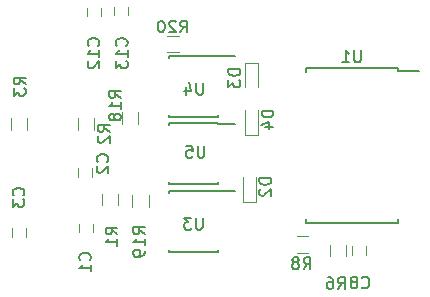
<source format=gbr>
G04 #@! TF.FileFunction,Legend,Bot*
%FSLAX46Y46*%
G04 Gerber Fmt 4.6, Leading zero omitted, Abs format (unit mm)*
G04 Created by KiCad (PCBNEW 4.0.7) date 05/27/18 15:14:11*
%MOMM*%
%LPD*%
G01*
G04 APERTURE LIST*
%ADD10C,0.100000*%
%ADD11C,0.120000*%
%ADD12C,0.150000*%
G04 APERTURE END LIST*
D10*
D11*
X62385500Y-91599500D02*
X62385500Y-90899500D01*
X61185500Y-90899500D02*
X61185500Y-91599500D01*
X62322000Y-86900500D02*
X62322000Y-86200500D01*
X61122000Y-86200500D02*
X61122000Y-86900500D01*
X56734000Y-91980500D02*
X56734000Y-91280500D01*
X55534000Y-91280500D02*
X55534000Y-91980500D01*
X64497500Y-89336500D02*
X64497500Y-88336500D01*
X63137500Y-88336500D02*
X63137500Y-89336500D01*
X62465500Y-82923000D02*
X62465500Y-81923000D01*
X61105500Y-81923000D02*
X61105500Y-82923000D01*
X56814000Y-82923000D02*
X56814000Y-81923000D01*
X55454000Y-81923000D02*
X55454000Y-82923000D01*
X82441500Y-92654500D02*
X82441500Y-93654500D01*
X83801500Y-93654500D02*
X83801500Y-92654500D01*
X79637000Y-93326500D02*
X80637000Y-93326500D01*
X80637000Y-91966500D02*
X79637000Y-91966500D01*
D12*
X88203000Y-77689500D02*
X88203000Y-77939500D01*
X80453000Y-77689500D02*
X80453000Y-78024500D01*
X80453000Y-90839500D02*
X80453000Y-90504500D01*
X88203000Y-90839500D02*
X88203000Y-90504500D01*
X88203000Y-77689500D02*
X80453000Y-77689500D01*
X88203000Y-90839500D02*
X80453000Y-90839500D01*
X88203000Y-77939500D02*
X90003000Y-77939500D01*
D11*
X84299500Y-92804500D02*
X84299500Y-93504500D01*
X85499500Y-93504500D02*
X85499500Y-92804500D01*
X63084000Y-73311500D02*
X63084000Y-72611500D01*
X61884000Y-72611500D02*
X61884000Y-73311500D01*
X65370000Y-73248000D02*
X65370000Y-72548000D01*
X64170000Y-72548000D02*
X64170000Y-73248000D01*
X76198500Y-89057000D02*
X75058500Y-89057000D01*
X75058500Y-89057000D02*
X75058500Y-86957000D01*
X76198500Y-89057000D02*
X76198500Y-86957000D01*
X75249000Y-77249500D02*
X76389000Y-77249500D01*
X76389000Y-77249500D02*
X76389000Y-79349500D01*
X75249000Y-77249500D02*
X75249000Y-79349500D01*
X76389000Y-83342000D02*
X75249000Y-83342000D01*
X75249000Y-83342000D02*
X75249000Y-81242000D01*
X76389000Y-83342000D02*
X76389000Y-81242000D01*
X64852000Y-81415000D02*
X64852000Y-82415000D01*
X66212000Y-82415000D02*
X66212000Y-81415000D01*
X65741000Y-88463500D02*
X65741000Y-89463500D01*
X67101000Y-89463500D02*
X67101000Y-88463500D01*
X68651500Y-76372000D02*
X69651500Y-76372000D01*
X69651500Y-75012000D02*
X68651500Y-75012000D01*
D12*
X73004500Y-88103000D02*
X73004500Y-88153000D01*
X68854500Y-88103000D02*
X68854500Y-88248000D01*
X68854500Y-93253000D02*
X68854500Y-93108000D01*
X73004500Y-93253000D02*
X73004500Y-93108000D01*
X73004500Y-88103000D02*
X68854500Y-88103000D01*
X73004500Y-93253000D02*
X68854500Y-93253000D01*
X73004500Y-88153000D02*
X74404500Y-88153000D01*
X73004500Y-76673000D02*
X73004500Y-76723000D01*
X68854500Y-76673000D02*
X68854500Y-76818000D01*
X68854500Y-81823000D02*
X68854500Y-81678000D01*
X73004500Y-81823000D02*
X73004500Y-81678000D01*
X73004500Y-76673000D02*
X68854500Y-76673000D01*
X73004500Y-81823000D02*
X68854500Y-81823000D01*
X73004500Y-76723000D02*
X74404500Y-76723000D01*
X73004500Y-82388000D02*
X73004500Y-82438000D01*
X68854500Y-82388000D02*
X68854500Y-82533000D01*
X68854500Y-87538000D02*
X68854500Y-87393000D01*
X73004500Y-87538000D02*
X73004500Y-87393000D01*
X73004500Y-82388000D02*
X68854500Y-82388000D01*
X73004500Y-87538000D02*
X68854500Y-87538000D01*
X73004500Y-82438000D02*
X74404500Y-82438000D01*
X62129943Y-93965734D02*
X62177562Y-93918115D01*
X62225181Y-93775258D01*
X62225181Y-93680020D01*
X62177562Y-93537162D01*
X62082324Y-93441924D01*
X61987086Y-93394305D01*
X61796610Y-93346686D01*
X61653752Y-93346686D01*
X61463276Y-93394305D01*
X61368038Y-93441924D01*
X61272800Y-93537162D01*
X61225181Y-93680020D01*
X61225181Y-93775258D01*
X61272800Y-93918115D01*
X61320419Y-93965734D01*
X62225181Y-94918115D02*
X62225181Y-94346686D01*
X62225181Y-94632400D02*
X61225181Y-94632400D01*
X61368038Y-94537162D01*
X61463276Y-94441924D01*
X61510895Y-94346686D01*
X63603143Y-85634534D02*
X63650762Y-85586915D01*
X63698381Y-85444058D01*
X63698381Y-85348820D01*
X63650762Y-85205962D01*
X63555524Y-85110724D01*
X63460286Y-85063105D01*
X63269810Y-85015486D01*
X63126952Y-85015486D01*
X62936476Y-85063105D01*
X62841238Y-85110724D01*
X62746000Y-85205962D01*
X62698381Y-85348820D01*
X62698381Y-85444058D01*
X62746000Y-85586915D01*
X62793619Y-85634534D01*
X62793619Y-86015486D02*
X62746000Y-86063105D01*
X62698381Y-86158343D01*
X62698381Y-86396439D01*
X62746000Y-86491677D01*
X62793619Y-86539296D01*
X62888857Y-86586915D01*
X62984095Y-86586915D01*
X63126952Y-86539296D01*
X63698381Y-85967867D01*
X63698381Y-86586915D01*
X56491143Y-88479334D02*
X56538762Y-88431715D01*
X56586381Y-88288858D01*
X56586381Y-88193620D01*
X56538762Y-88050762D01*
X56443524Y-87955524D01*
X56348286Y-87907905D01*
X56157810Y-87860286D01*
X56014952Y-87860286D01*
X55824476Y-87907905D01*
X55729238Y-87955524D01*
X55634000Y-88050762D01*
X55586381Y-88193620D01*
X55586381Y-88288858D01*
X55634000Y-88431715D01*
X55681619Y-88479334D01*
X55586381Y-88812667D02*
X55586381Y-89431715D01*
X55967333Y-89098381D01*
X55967333Y-89241239D01*
X56014952Y-89336477D01*
X56062571Y-89384096D01*
X56157810Y-89431715D01*
X56395905Y-89431715D01*
X56491143Y-89384096D01*
X56538762Y-89336477D01*
X56586381Y-89241239D01*
X56586381Y-88955524D01*
X56538762Y-88860286D01*
X56491143Y-88812667D01*
X64460381Y-91781334D02*
X63984190Y-91448000D01*
X64460381Y-91209905D02*
X63460381Y-91209905D01*
X63460381Y-91590858D01*
X63508000Y-91686096D01*
X63555619Y-91733715D01*
X63650857Y-91781334D01*
X63793714Y-91781334D01*
X63888952Y-91733715D01*
X63936571Y-91686096D01*
X63984190Y-91590858D01*
X63984190Y-91209905D01*
X64460381Y-92733715D02*
X64460381Y-92162286D01*
X64460381Y-92448000D02*
X63460381Y-92448000D01*
X63603238Y-92352762D01*
X63698476Y-92257524D01*
X63746095Y-92162286D01*
X63799981Y-83094534D02*
X63323790Y-82761200D01*
X63799981Y-82523105D02*
X62799981Y-82523105D01*
X62799981Y-82904058D01*
X62847600Y-82999296D01*
X62895219Y-83046915D01*
X62990457Y-83094534D01*
X63133314Y-83094534D01*
X63228552Y-83046915D01*
X63276171Y-82999296D01*
X63323790Y-82904058D01*
X63323790Y-82523105D01*
X62895219Y-83475486D02*
X62847600Y-83523105D01*
X62799981Y-83618343D01*
X62799981Y-83856439D01*
X62847600Y-83951677D01*
X62895219Y-83999296D01*
X62990457Y-84046915D01*
X63085695Y-84046915D01*
X63228552Y-83999296D01*
X63799981Y-83427867D01*
X63799981Y-84046915D01*
X56687981Y-79081334D02*
X56211790Y-78748000D01*
X56687981Y-78509905D02*
X55687981Y-78509905D01*
X55687981Y-78890858D01*
X55735600Y-78986096D01*
X55783219Y-79033715D01*
X55878457Y-79081334D01*
X56021314Y-79081334D01*
X56116552Y-79033715D01*
X56164171Y-78986096D01*
X56211790Y-78890858D01*
X56211790Y-78509905D01*
X55687981Y-79414667D02*
X55687981Y-80033715D01*
X56068933Y-79700381D01*
X56068933Y-79843239D01*
X56116552Y-79938477D01*
X56164171Y-79986096D01*
X56259410Y-80033715D01*
X56497505Y-80033715D01*
X56592743Y-79986096D01*
X56640362Y-79938477D01*
X56687981Y-79843239D01*
X56687981Y-79557524D01*
X56640362Y-79462286D01*
X56592743Y-79414667D01*
X83123066Y-96413581D02*
X83456400Y-95937390D01*
X83694495Y-96413581D02*
X83694495Y-95413581D01*
X83313542Y-95413581D01*
X83218304Y-95461200D01*
X83170685Y-95508819D01*
X83123066Y-95604057D01*
X83123066Y-95746914D01*
X83170685Y-95842152D01*
X83218304Y-95889771D01*
X83313542Y-95937390D01*
X83694495Y-95937390D01*
X82265923Y-95413581D02*
X82456400Y-95413581D01*
X82551638Y-95461200D01*
X82599257Y-95508819D01*
X82694495Y-95651676D01*
X82742114Y-95842152D01*
X82742114Y-96223105D01*
X82694495Y-96318343D01*
X82646876Y-96365962D01*
X82551638Y-96413581D01*
X82361161Y-96413581D01*
X82265923Y-96365962D01*
X82218304Y-96318343D01*
X82170685Y-96223105D01*
X82170685Y-95985010D01*
X82218304Y-95889771D01*
X82265923Y-95842152D01*
X82361161Y-95794533D01*
X82551638Y-95794533D01*
X82646876Y-95842152D01*
X82694495Y-95889771D01*
X82742114Y-95985010D01*
X80227466Y-94737181D02*
X80560800Y-94260990D01*
X80798895Y-94737181D02*
X80798895Y-93737181D01*
X80417942Y-93737181D01*
X80322704Y-93784800D01*
X80275085Y-93832419D01*
X80227466Y-93927657D01*
X80227466Y-94070514D01*
X80275085Y-94165752D01*
X80322704Y-94213371D01*
X80417942Y-94260990D01*
X80798895Y-94260990D01*
X79656038Y-94165752D02*
X79751276Y-94118133D01*
X79798895Y-94070514D01*
X79846514Y-93975276D01*
X79846514Y-93927657D01*
X79798895Y-93832419D01*
X79751276Y-93784800D01*
X79656038Y-93737181D01*
X79465561Y-93737181D01*
X79370323Y-93784800D01*
X79322704Y-93832419D01*
X79275085Y-93927657D01*
X79275085Y-93975276D01*
X79322704Y-94070514D01*
X79370323Y-94118133D01*
X79465561Y-94165752D01*
X79656038Y-94165752D01*
X79751276Y-94213371D01*
X79798895Y-94260990D01*
X79846514Y-94356229D01*
X79846514Y-94546705D01*
X79798895Y-94641943D01*
X79751276Y-94689562D01*
X79656038Y-94737181D01*
X79465561Y-94737181D01*
X79370323Y-94689562D01*
X79322704Y-94641943D01*
X79275085Y-94546705D01*
X79275085Y-94356229D01*
X79322704Y-94260990D01*
X79370323Y-94213371D01*
X79465561Y-94165752D01*
X85089905Y-76216881D02*
X85089905Y-77026405D01*
X85042286Y-77121643D01*
X84994667Y-77169262D01*
X84899429Y-77216881D01*
X84708952Y-77216881D01*
X84613714Y-77169262D01*
X84566095Y-77121643D01*
X84518476Y-77026405D01*
X84518476Y-76216881D01*
X83518476Y-77216881D02*
X84089905Y-77216881D01*
X83804191Y-77216881D02*
X83804191Y-76216881D01*
X83899429Y-76359738D01*
X83994667Y-76454976D01*
X84089905Y-76502595D01*
X85155066Y-96267543D02*
X85202685Y-96315162D01*
X85345542Y-96362781D01*
X85440780Y-96362781D01*
X85583638Y-96315162D01*
X85678876Y-96219924D01*
X85726495Y-96124686D01*
X85774114Y-95934210D01*
X85774114Y-95791352D01*
X85726495Y-95600876D01*
X85678876Y-95505638D01*
X85583638Y-95410400D01*
X85440780Y-95362781D01*
X85345542Y-95362781D01*
X85202685Y-95410400D01*
X85155066Y-95458019D01*
X84583638Y-95791352D02*
X84678876Y-95743733D01*
X84726495Y-95696114D01*
X84774114Y-95600876D01*
X84774114Y-95553257D01*
X84726495Y-95458019D01*
X84678876Y-95410400D01*
X84583638Y-95362781D01*
X84393161Y-95362781D01*
X84297923Y-95410400D01*
X84250304Y-95458019D01*
X84202685Y-95553257D01*
X84202685Y-95600876D01*
X84250304Y-95696114D01*
X84297923Y-95743733D01*
X84393161Y-95791352D01*
X84583638Y-95791352D01*
X84678876Y-95838971D01*
X84726495Y-95886590D01*
X84774114Y-95981829D01*
X84774114Y-96172305D01*
X84726495Y-96267543D01*
X84678876Y-96315162D01*
X84583638Y-96362781D01*
X84393161Y-96362781D01*
X84297923Y-96315162D01*
X84250304Y-96267543D01*
X84202685Y-96172305D01*
X84202685Y-95981829D01*
X84250304Y-95886590D01*
X84297923Y-95838971D01*
X84393161Y-95791352D01*
X62841143Y-75811143D02*
X62888762Y-75763524D01*
X62936381Y-75620667D01*
X62936381Y-75525429D01*
X62888762Y-75382571D01*
X62793524Y-75287333D01*
X62698286Y-75239714D01*
X62507810Y-75192095D01*
X62364952Y-75192095D01*
X62174476Y-75239714D01*
X62079238Y-75287333D01*
X61984000Y-75382571D01*
X61936381Y-75525429D01*
X61936381Y-75620667D01*
X61984000Y-75763524D01*
X62031619Y-75811143D01*
X62936381Y-76763524D02*
X62936381Y-76192095D01*
X62936381Y-76477809D02*
X61936381Y-76477809D01*
X62079238Y-76382571D01*
X62174476Y-76287333D01*
X62222095Y-76192095D01*
X62031619Y-77144476D02*
X61984000Y-77192095D01*
X61936381Y-77287333D01*
X61936381Y-77525429D01*
X61984000Y-77620667D01*
X62031619Y-77668286D01*
X62126857Y-77715905D01*
X62222095Y-77715905D01*
X62364952Y-77668286D01*
X62936381Y-77096857D01*
X62936381Y-77715905D01*
X65228743Y-75811143D02*
X65276362Y-75763524D01*
X65323981Y-75620667D01*
X65323981Y-75525429D01*
X65276362Y-75382571D01*
X65181124Y-75287333D01*
X65085886Y-75239714D01*
X64895410Y-75192095D01*
X64752552Y-75192095D01*
X64562076Y-75239714D01*
X64466838Y-75287333D01*
X64371600Y-75382571D01*
X64323981Y-75525429D01*
X64323981Y-75620667D01*
X64371600Y-75763524D01*
X64419219Y-75811143D01*
X65323981Y-76763524D02*
X65323981Y-76192095D01*
X65323981Y-76477809D02*
X64323981Y-76477809D01*
X64466838Y-76382571D01*
X64562076Y-76287333D01*
X64609695Y-76192095D01*
X64323981Y-77096857D02*
X64323981Y-77715905D01*
X64704933Y-77382571D01*
X64704933Y-77525429D01*
X64752552Y-77620667D01*
X64800171Y-77668286D01*
X64895410Y-77715905D01*
X65133505Y-77715905D01*
X65228743Y-77668286D01*
X65276362Y-77620667D01*
X65323981Y-77525429D01*
X65323981Y-77239714D01*
X65276362Y-77144476D01*
X65228743Y-77096857D01*
X77480881Y-87018905D02*
X76480881Y-87018905D01*
X76480881Y-87257000D01*
X76528500Y-87399858D01*
X76623738Y-87495096D01*
X76718976Y-87542715D01*
X76909452Y-87590334D01*
X77052310Y-87590334D01*
X77242786Y-87542715D01*
X77338024Y-87495096D01*
X77433262Y-87399858D01*
X77480881Y-87257000D01*
X77480881Y-87018905D01*
X76576119Y-87971286D02*
X76528500Y-88018905D01*
X76480881Y-88114143D01*
X76480881Y-88352239D01*
X76528500Y-88447477D01*
X76576119Y-88495096D01*
X76671357Y-88542715D01*
X76766595Y-88542715D01*
X76909452Y-88495096D01*
X77480881Y-87923667D01*
X77480881Y-88542715D01*
X74871381Y-77811405D02*
X73871381Y-77811405D01*
X73871381Y-78049500D01*
X73919000Y-78192358D01*
X74014238Y-78287596D01*
X74109476Y-78335215D01*
X74299952Y-78382834D01*
X74442810Y-78382834D01*
X74633286Y-78335215D01*
X74728524Y-78287596D01*
X74823762Y-78192358D01*
X74871381Y-78049500D01*
X74871381Y-77811405D01*
X73871381Y-78716167D02*
X73871381Y-79335215D01*
X74252333Y-79001881D01*
X74252333Y-79144739D01*
X74299952Y-79239977D01*
X74347571Y-79287596D01*
X74442810Y-79335215D01*
X74680905Y-79335215D01*
X74776143Y-79287596D01*
X74823762Y-79239977D01*
X74871381Y-79144739D01*
X74871381Y-78859024D01*
X74823762Y-78763786D01*
X74776143Y-78716167D01*
X77671381Y-81303905D02*
X76671381Y-81303905D01*
X76671381Y-81542000D01*
X76719000Y-81684858D01*
X76814238Y-81780096D01*
X76909476Y-81827715D01*
X77099952Y-81875334D01*
X77242810Y-81875334D01*
X77433286Y-81827715D01*
X77528524Y-81780096D01*
X77623762Y-81684858D01*
X77671381Y-81542000D01*
X77671381Y-81303905D01*
X77004714Y-82732477D02*
X77671381Y-82732477D01*
X76623762Y-82494381D02*
X77338048Y-82256286D01*
X77338048Y-82875334D01*
X64765181Y-80230743D02*
X64288990Y-79897409D01*
X64765181Y-79659314D02*
X63765181Y-79659314D01*
X63765181Y-80040267D01*
X63812800Y-80135505D01*
X63860419Y-80183124D01*
X63955657Y-80230743D01*
X64098514Y-80230743D01*
X64193752Y-80183124D01*
X64241371Y-80135505D01*
X64288990Y-80040267D01*
X64288990Y-79659314D01*
X64765181Y-81183124D02*
X64765181Y-80611695D01*
X64765181Y-80897409D02*
X63765181Y-80897409D01*
X63908038Y-80802171D01*
X64003276Y-80706933D01*
X64050895Y-80611695D01*
X64193752Y-81754552D02*
X64146133Y-81659314D01*
X64098514Y-81611695D01*
X64003276Y-81564076D01*
X63955657Y-81564076D01*
X63860419Y-81611695D01*
X63812800Y-81659314D01*
X63765181Y-81754552D01*
X63765181Y-81945029D01*
X63812800Y-82040267D01*
X63860419Y-82087886D01*
X63955657Y-82135505D01*
X64003276Y-82135505D01*
X64098514Y-82087886D01*
X64146133Y-82040267D01*
X64193752Y-81945029D01*
X64193752Y-81754552D01*
X64241371Y-81659314D01*
X64288990Y-81611695D01*
X64384229Y-81564076D01*
X64574705Y-81564076D01*
X64669943Y-81611695D01*
X64717562Y-81659314D01*
X64765181Y-81754552D01*
X64765181Y-81945029D01*
X64717562Y-82040267D01*
X64669943Y-82087886D01*
X64574705Y-82135505D01*
X64384229Y-82135505D01*
X64288990Y-82087886D01*
X64241371Y-82040267D01*
X64193752Y-81945029D01*
X66797181Y-91762343D02*
X66320990Y-91429009D01*
X66797181Y-91190914D02*
X65797181Y-91190914D01*
X65797181Y-91571867D01*
X65844800Y-91667105D01*
X65892419Y-91714724D01*
X65987657Y-91762343D01*
X66130514Y-91762343D01*
X66225752Y-91714724D01*
X66273371Y-91667105D01*
X66320990Y-91571867D01*
X66320990Y-91190914D01*
X66797181Y-92714724D02*
X66797181Y-92143295D01*
X66797181Y-92429009D02*
X65797181Y-92429009D01*
X65940038Y-92333771D01*
X66035276Y-92238533D01*
X66082895Y-92143295D01*
X66797181Y-93190914D02*
X66797181Y-93381390D01*
X66749562Y-93476629D01*
X66701943Y-93524248D01*
X66559086Y-93619486D01*
X66368610Y-93667105D01*
X65987657Y-93667105D01*
X65892419Y-93619486D01*
X65844800Y-93571867D01*
X65797181Y-93476629D01*
X65797181Y-93286152D01*
X65844800Y-93190914D01*
X65892419Y-93143295D01*
X65987657Y-93095676D01*
X66225752Y-93095676D01*
X66320990Y-93143295D01*
X66368610Y-93190914D01*
X66416229Y-93286152D01*
X66416229Y-93476629D01*
X66368610Y-93571867D01*
X66320990Y-93619486D01*
X66225752Y-93667105D01*
X69794357Y-74694381D02*
X70127691Y-74218190D01*
X70365786Y-74694381D02*
X70365786Y-73694381D01*
X69984833Y-73694381D01*
X69889595Y-73742000D01*
X69841976Y-73789619D01*
X69794357Y-73884857D01*
X69794357Y-74027714D01*
X69841976Y-74122952D01*
X69889595Y-74170571D01*
X69984833Y-74218190D01*
X70365786Y-74218190D01*
X69413405Y-73789619D02*
X69365786Y-73742000D01*
X69270548Y-73694381D01*
X69032452Y-73694381D01*
X68937214Y-73742000D01*
X68889595Y-73789619D01*
X68841976Y-73884857D01*
X68841976Y-73980095D01*
X68889595Y-74122952D01*
X69461024Y-74694381D01*
X68841976Y-74694381D01*
X68222929Y-73694381D02*
X68127690Y-73694381D01*
X68032452Y-73742000D01*
X67984833Y-73789619D01*
X67937214Y-73884857D01*
X67889595Y-74075333D01*
X67889595Y-74313429D01*
X67937214Y-74503905D01*
X67984833Y-74599143D01*
X68032452Y-74646762D01*
X68127690Y-74694381D01*
X68222929Y-74694381D01*
X68318167Y-74646762D01*
X68365786Y-74599143D01*
X68413405Y-74503905D01*
X68461024Y-74313429D01*
X68461024Y-74075333D01*
X68413405Y-73884857D01*
X68365786Y-73789619D01*
X68318167Y-73742000D01*
X68222929Y-73694381D01*
X71678705Y-90384381D02*
X71678705Y-91193905D01*
X71631086Y-91289143D01*
X71583467Y-91336762D01*
X71488229Y-91384381D01*
X71297752Y-91384381D01*
X71202514Y-91336762D01*
X71154895Y-91289143D01*
X71107276Y-91193905D01*
X71107276Y-90384381D01*
X70726324Y-90384381D02*
X70107276Y-90384381D01*
X70440610Y-90765333D01*
X70297752Y-90765333D01*
X70202514Y-90812952D01*
X70154895Y-90860571D01*
X70107276Y-90955810D01*
X70107276Y-91193905D01*
X70154895Y-91289143D01*
X70202514Y-91336762D01*
X70297752Y-91384381D01*
X70583467Y-91384381D01*
X70678705Y-91336762D01*
X70726324Y-91289143D01*
X71729505Y-78954381D02*
X71729505Y-79763905D01*
X71681886Y-79859143D01*
X71634267Y-79906762D01*
X71539029Y-79954381D01*
X71348552Y-79954381D01*
X71253314Y-79906762D01*
X71205695Y-79859143D01*
X71158076Y-79763905D01*
X71158076Y-78954381D01*
X70253314Y-79287714D02*
X70253314Y-79954381D01*
X70491410Y-78906762D02*
X70729505Y-79621048D01*
X70110457Y-79621048D01*
X71831105Y-84288381D02*
X71831105Y-85097905D01*
X71783486Y-85193143D01*
X71735867Y-85240762D01*
X71640629Y-85288381D01*
X71450152Y-85288381D01*
X71354914Y-85240762D01*
X71307295Y-85193143D01*
X71259676Y-85097905D01*
X71259676Y-84288381D01*
X70307295Y-84288381D02*
X70783486Y-84288381D01*
X70831105Y-84764571D01*
X70783486Y-84716952D01*
X70688248Y-84669333D01*
X70450152Y-84669333D01*
X70354914Y-84716952D01*
X70307295Y-84764571D01*
X70259676Y-84859810D01*
X70259676Y-85097905D01*
X70307295Y-85193143D01*
X70354914Y-85240762D01*
X70450152Y-85288381D01*
X70688248Y-85288381D01*
X70783486Y-85240762D01*
X70831105Y-85193143D01*
M02*

</source>
